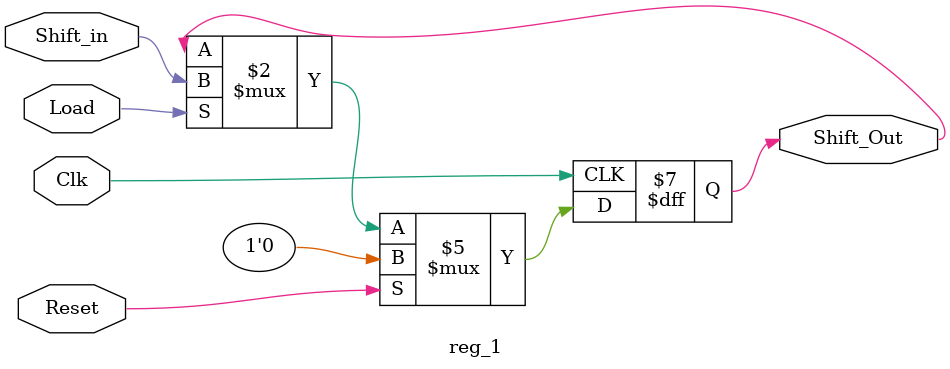
<source format=sv>
module reg_1 (input  logic Clk, Reset, Load, Shift_in,
       
              output logic Shift_Out
              );

    always_ff @ (posedge Clk)
    begin
	 	 if (Reset) //notice, this is a sycnrhonous reset, which is recommended on the FPGA
			  Shift_Out <= 0;//set the first value
		 else if (Load)
			  Shift_Out <= Shift_in;

	    end

	


endmodule

</source>
